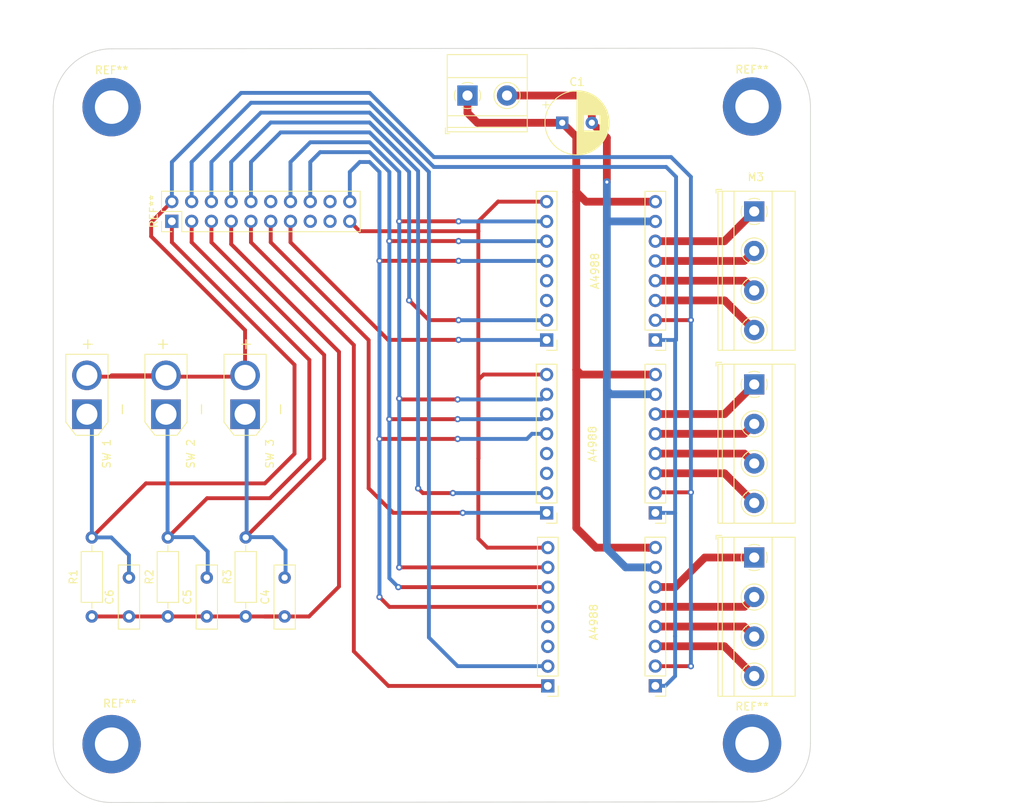
<source format=kicad_pcb>
(kicad_pcb (version 20221018) (generator pcbnew)
  (layers (0 "F.Cu" signal) (31 "B.Cu" signal) (34 "B.Paste" user) (35 "F.Paste" user) (36 "B.SilkS" user "B.Silkscreen") (37 "F.SilkS" user "F.Silkscreen") (38 "B.Mask" user) (39 "F.Mask" user) (44 "Edge.Cuts" user))
  (net 0 "")
  (footprint "Connector_PinHeader_2.54mm:PinHeader_1x08_P2.54mm_Vertical" (layer "F.Cu") (at 181.61 115.555 180)
    (fp_text reference "REF**" hide)
    (fp_text value " ")
    (pad "1" thru_hole rect (at 0 0 180) (size 1.7 1.7) (drill 1) (layers "F&B.Cu" "*.Mask"))
    (pad "2" thru_hole oval (at 0 2.54 180) (size 1.7 1.7) (drill 1) (layers "F&B.Cu" "*.Mask"))
    (pad "3" thru_hole oval (at 0 5.08 180) (size 1.7 1.7) (drill 1) (layers "F&B.Cu" "*.Mask"))
    (pad "4" thru_hole oval (at 0 7.62 180) (size 1.7 1.7) (drill 1) (layers "F&B.Cu" "*.Mask"))
    (pad "5" thru_hole oval (at 0 10.16 180) (size 1.7 1.7) (drill 1) (layers "F&B.Cu" "*.Mask"))
    (pad "6" thru_hole oval (at 0 12.7 180) (size 1.7 1.7) (drill 1) (layers "F&B.Cu" "*.Mask"))
    (pad "7" thru_hole oval (at 0 15.24 180) (size 1.7 1.7) (drill 1) (layers "F&B.Cu" "*.Mask"))
    (pad "8" thru_hole oval (at 0 17.78 180) (size 1.7 1.7) (drill 1) (layers "F&B.Cu" "*.Mask"))
  )
  (footprint "MountingHole:MountingHole_4.3mm_M4_DIN965_Pad" (layer "F.Cu") (at 111.76 41.17)
    (fp_text reference "REF**" (at 0 -4.75) (layer "F.SilkS"))
    (fp_text value "MountingHole_4.3mm_M4_DIN965_Pad")
    (pad "1" thru_hole circle (at 0 0) (size 7.5 7.5) (drill 4.3) (layers "*.Cu" "*.Mask"))
  )
  (footprint "Capacitor_THT:C_Disc_D8.0mm_W2.5mm_P5.00mm" (layer "F.Cu") (at 113.985 106.64 90)
    (fp_text reference "C6" (at 2.5 -2.5 90) (layer "F.SilkS"))
    (fp_text value "C_Disc_D8.0mm_W2.5mm_P5.00mm" hide)
    (pad "1" thru_hole circle (at 0 0 90) (size 1.6 1.6) (drill 0.8) (layers "*.Cu" "*.Mask"))
    (pad "2" thru_hole circle (at 5 0 90) (size 1.6 1.6) (drill 0.8) (layers "*.Cu" "*.Mask"))
  )
  (footprint "Connector_PinHeader_2.54mm:PinHeader_1x08_P2.54mm_Vertical" (layer "F.Cu") (at 167.64 71.1 180)
    (fp_text reference "A4988" (at -6.215 8.87 90) (layer "F.SilkS"))
    (fp_text value "STEPPER_DRIVER_SOCKET")
    (pad "1" thru_hole rect (at 0 0 180) (size 1.7 1.7) (drill 1) (layers "*.Cu" "*.Mask"))
    (pad "2" thru_hole oval (at 0 2.54 180) (size 1.7 1.7) (drill 1) (layers "*.Cu" "*.Mask"))
    (pad "3" thru_hole oval (at 0 5.08 180) (size 1.7 1.7) (drill 1) (layers "*.Cu" "*.Mask"))
    (pad "4" thru_hole oval (at 0 7.62 180) (size 1.7 1.7) (drill 1) (layers "*.Cu" "*.Mask"))
    (pad "5" thru_hole oval (at 0 10.16 180) (size 1.7 1.7) (drill 1) (layers "*.Cu" "*.Mask"))
    (pad "6" thru_hole oval (at 0 12.7 180) (size 1.7 1.7) (drill 1) (layers "*.Cu" "*.Mask"))
    (pad "7" thru_hole oval (at 0 15.24 180) (size 1.7 1.7) (drill 1) (layers "*.Cu" "*.Mask"))
    (pad "8" thru_hole oval (at 0 17.78 180) (size 1.7 1.7) (drill 1) (layers "*.Cu" "*.Mask"))
  )
  (footprint "Resistor_THT:R_Axial_DIN0207_L6.3mm_D2.5mm_P10.16mm_Horizontal" (layer "F.Cu") (at 109.22 106.64 90)
    (fp_text reference "R1" (at 5.08 -2.37 90) (layer "F.SilkS"))
    (fp_text value "R_Axial_DIN0207_L6.3mm_D2.5mm_P10.16mm_Horizontal" hide)
    (pad "1" thru_hole circle (at 0 0 90) (size 1.6 1.6) (drill 0.8) (layers "*.Cu" "*.Mask"))
    (pad "2" thru_hole oval (at 10.16 0 90) (size 1.6 1.6) (drill 0.8) (layers "*.Cu" "*.Mask"))
  )
  (footprint "Capacitor_THT:C_Disc_D8.0mm_W2.5mm_P5.00mm" (layer "F.Cu") (at 133.985 106.64 90)
    (fp_text reference "C4" (at 2.5 -2.5 90) (layer "F.SilkS"))
    (fp_text value "C_Disc_D8.0mm_W2.5mm_P5.00mm" hide)
    (pad "1" thru_hole circle (at 0 0 90) (size 1.6 1.6) (drill 0.8) (layers "*.Cu" "*.Mask"))
    (pad "2" thru_hole circle (at 5 0 90) (size 1.6 1.6) (drill 0.8) (layers "*.Cu" "*.Mask"))
  )
  (footprint "TerminalBlock_Phoenix:TerminalBlock_Phoenix_MKDS-1,5-4-5.08_1x04_P5.08mm_Horizontal" (layer "F.Cu") (at 194.31 76.8096 -90)
    (fp_text reference "M2" hide)
    (fp_text value "STEPPER_MOTOR_HEADER")
    (pad "1" thru_hole rect (at 0 0 270) (size 2.6 2.6) (drill 1.3) (layers "F&B.Cu" "*.Mask"))
    (pad "2" thru_hole circle (at 5.08 0 270) (size 2.6 2.6) (drill 1.3) (layers "F&B.Cu" "*.Mask"))
    (pad "3" thru_hole circle (at 10.16 0 270) (size 2.6 2.6) (drill 1.3) (layers "F&B.Cu" "*.Mask"))
    (pad "4" thru_hole circle (at 15.24 0 270) (size 2.6 2.6) (drill 1.3) (layers "F&B.Cu" "*.Mask"))
  )
  (footprint "Resistor_THT:R_Axial_DIN0207_L6.3mm_D2.5mm_P10.16mm_Horizontal" (layer "F.Cu") (at 128.985 106.64 90)
    (fp_text reference "R3" (at 5.08 -2.37 90) (layer "F.SilkS"))
    (fp_text value "R_Axial_DIN0207_L6.3mm_D2.5mm_P10.16mm_Horizontal" hide)
    (pad "1" thru_hole circle (at 0 0 90) (size 1.6 1.6) (drill 0.8) (layers "*.Cu" "*.Mask"))
    (pad "2" thru_hole oval (at 10.16 0 90) (size 1.6 1.6) (drill 0.8) (layers "*.Cu" "*.Mask"))
  )
  (footprint "TerminalBlock_Phoenix:TerminalBlock_Phoenix_MKDS-1,5-2-5.08_1x02_P5.08mm_Horizontal" (layer "F.Cu") (at 157.475 39.675)
    (fp_text reference "REF**" hide)
    (fp_text value "TerminalBlock_Phoenix_MKDS-1,5-2-5.08_1x02_P5.08mm_Horizontal")
    (pad "1" thru_hole rect (at 0 0) (size 2.6 2.6) (drill 1.3) (layers "F&B.Cu" "*.Mask"))
    (pad "2" thru_hole circle (at 5.08 0) (size 2.6 2.6) (drill 1.3) (layers "F&B.Cu" "*.Mask"))
  )
  (footprint "Capacitor_THT:CP_Radial_D8.0mm_P3.80mm" (layer "F.Cu") (at 169.647349 43.18)
    (fp_text reference "C1" (at 1.9 -5.25) (layer "F.SilkS"))
    (fp_text value "CP_Radial_D8.0mm_P3.80mm" hide)
    (pad "1" thru_hole rect (at 0 0) (size 1.6 1.6) (drill 0.8) (layers "F&B.Cu" "*.Mask"))
    (pad "2" thru_hole circle (at 3.8 0) (size 1.6 1.6) (drill 0.8) (layers "F&B.Cu" "*.Mask"))
  )
  (footprint "Connector_AMASS:AMASS_XT30U-M_1x02_P5.0mm_Vertical" (layer "F.Cu") (at 128.905 80.645 90)
    (fp_text reference "SW 3" (at -5.08 3.175 90) (layer "F.SilkS"))
    (fp_text value "AMASS_XT30U-M_1x02_P5.0mm_Vertical" hide)
    (fp_text user "-" (at 0.635 4.445 90) (layer "F.SilkS") (effects (font (size 1.5 1.5))))
    (fp_text user "+" (at 9 0 90) (layer "F.SilkS") (effects (font (size 1.5 1.5))))
    (pad "1" thru_hole rect (at 0 0 90) (size 3.8 3.8) (drill 2.7) (layers "*.Cu" "*.Mask"))
    (pad "2" thru_hole circle (at 5 0 90) (size 3.8 3.8) (drill 2.7) (layers "*.Cu" "*.Mask"))
  )
  (footprint "MountingHole:MountingHole_4.3mm_M4_DIN965_Pad" (layer "F.Cu") (at 194.032 41.086)
    (fp_text reference "REF**" (at 0 -4.75) (layer "F.SilkS"))
    (fp_text value "MountingHole_4.3mm_M4_DIN965_Pad" hide)
    (pad "1" thru_hole circle (at 0 0) (size 7.5 7.5) (drill 4.3) (layers "*.Cu" "*.Mask"))
  )
  (footprint "Connector_AMASS:AMASS_XT30U-M_1x02_P5.0mm_Vertical" (layer "F.Cu") (at 118.745 80.645 90)
    (fp_text reference "SW 2" (at -5.08 3.175 90) (layer "F.SilkS"))
    (fp_text value "AMASS_XT30U-M_1x02_P5.0mm_Vertical" hide)
    (fp_text user "-" (at 0.635 4.445 90) (layer "F.SilkS") (effects (font (size 1.5 1.5))))
    (fp_text user "+" (at 9 -0.5 90) (layer "F.SilkS") (effects (font (size 1.5 1.5))))
    (pad "1" thru_hole rect (at 0 0 90) (size 3.8 3.8) (drill 2.7) (layers "*.Cu" "*.Mask"))
    (pad "2" thru_hole circle (at 5 0 90) (size 3.8 3.8) (drill 2.7) (layers "*.Cu" "*.Mask"))
  )
  (footprint "Connector_PinHeader_2.54mm:PinHeader_1x08_P2.54mm_Vertical" (layer "F.Cu") (at 167.64 93.3196 180)
    (fp_text reference "A4988" (at -5.895 8.84 90) (layer "F.SilkS"))
    (fp_text value "STEPPER_DRIVER_SOCKET")
    (pad "1" thru_hole rect (at 0 0 180) (size 1.7 1.7) (drill 1) (layers "F&B.Cu" "*.Mask"))
    (pad "2" thru_hole oval (at 0 2.54 180) (size 1.7 1.7) (drill 1) (layers "F&B.Cu" "*.Mask"))
    (pad "3" thru_hole oval (at 0 5.08 180) (size 1.7 1.7) (drill 1) (layers "F&B.Cu" "*.Mask"))
    (pad "4" thru_hole oval (at 0 7.62 180) (size 1.7 1.7) (drill 1) (layers "F&B.Cu" "*.Mask"))
    (pad "5" thru_hole oval (at 0 10.16 180) (size 1.7 1.7) (drill 1) (layers "F&B.Cu" "*.Mask"))
    (pad "6" thru_hole oval (at 0 12.7 180) (size 1.7 1.7) (drill 1) (layers "F&B.Cu" "*.Mask"))
    (pad "7" thru_hole oval (at 0 15.24 180) (size 1.7 1.7) (drill 1) (layers "F&B.Cu" "*.Mask"))
    (pad "8" thru_hole oval (at 0 17.78 180) (size 1.7 1.7) (drill 1) (layers "F&B.Cu" "*.Mask"))
  )
  (footprint "Resistor_THT:R_Axial_DIN0207_L6.3mm_D2.5mm_P10.16mm_Horizontal" (layer "F.Cu") (at 118.985 106.64 90)
    (fp_text reference "R2" (at 5.08 -2.37 90) (layer "F.SilkS"))
    (fp_text value "R_Axial_DIN0207_L6.3mm_D2.5mm_P10.16mm_Horizontal" hide)
    (pad "1" thru_hole circle (at 0 0 90) (size 1.6 1.6) (drill 0.8) (layers "*.Cu" "*.Mask"))
    (pad "2" thru_hole oval (at 10.16 0 90) (size 1.6 1.6) (drill 0.8) (layers "*.Cu" "*.Mask"))
  )
  (footprint "TerminalBlock_Phoenix:TerminalBlock_Phoenix_MKDS-1,5-4-5.08_1x04_P5.08mm_Horizontal" (layer "F.Cu") (at 194.31 54.575 -90)
    (fp_text reference "M3" (at -4.41 -0.2 180) (layer "F.SilkS"))
    (fp_text value "STEPPER_MOTOR_HEADER")
    (pad "1" thru_hole rect (at 0 0 270) (size 2.6 2.6) (drill 1.3) (layers "*.Cu" "*.Mask"))
    (pad "2" thru_hole circle (at 5.08 0 270) (size 2.6 2.6) (drill 1.3) (layers "*.Cu" "*.Mask"))
    (pad "3" thru_hole circle (at 10.16 0 270) (size 2.6 2.6) (drill 1.3) (layers "*.Cu" "*.Mask"))
    (pad "4" thru_hole circle (at 15.24 0 270) (size 2.6 2.6) (drill 1.3) (layers "*.Cu" "*.Mask"))
  )
  (footprint "Connector_PinHeader_2.54mm:PinHeader_2x10_P2.54mm_Vertical" (layer "F.Cu") (at 119.5 55.845 90)
    (fp_text reference "REF**" (at 1.27 -2.33 90) (layer "F.SilkS"))
    (fp_text value "PinHeader_2x10_P2.54mm_Vertical")
    (pad "1" thru_hole rect (at 0 0 90) (size 1.7 1.7) (drill 1) (layers "*.Cu" "*.Mask"))
    (pad "2" thru_hole oval (at 2.54 0 90) (size 1.7 1.7) (drill 1) (layers "*.Cu" "*.Mask"))
    (pad "3" thru_hole oval (at 0 2.54 90) (size 1.7 1.7) (drill 1) (layers "*.Cu" "*.Mask"))
    (pad "4" thru_hole oval (at 2.54 2.54 90) (size 1.7 1.7) (drill 1) (layers "*.Cu" "*.Mask"))
    (pad "5" thru_hole oval (at 0 5.08 90) (size 1.7 1.7) (drill 1) (layers "*.Cu" "*.Mask"))
    (pad "6" thru_hole oval (at 2.54 5.08 90) (size 1.7 1.7) (drill 1) (layers "*.Cu" "*.Mask"))
    (pad "7" thru_hole oval (at 0 7.62 90) (size 1.7 1.7) (drill 1) (layers "*.Cu" "*.Mask"))
    (pad "8" thru_hole oval (at 2.54 7.62 90) (size 1.7 1.7) (drill 1) (layers "*.Cu" "*.Mask"))
    (pad "9" thru_hole oval (at 0 10.16 90) (size 1.7 1.7) (drill 1) (layers "*.Cu" "*.Mask"))
    (pad "10" thru_hole oval (at 2.54 10.16 90) (size 1.7 1.7) (drill 1) (layers "*.Cu" "*.Mask"))
    (pad "11" thru_hole oval (at 0 12.7 90) (size 1.7 1.7) (drill 1) (layers "*.Cu" "*.Mask"))
    (pad "12" thru_hole oval (at 2.54 12.7 90) (size 1.7 1.7) (drill 1) (layers "*.Cu" "*.Mask"))
    (pad "13" thru_hole oval (at 0 15.24 90) (size 1.7 1.7) (drill 1) (layers "*.Cu" "*.Mask"))
    (pad "14" thru_hole oval (at 2.54 15.24 90) (size 1.7 1.7) (drill 1) (layers "*.Cu" "*.Mask"))
    (pad "15" thru_hole oval (at 0 17.78 90) (size 1.7 1.7) (drill 1) (layers "*.Cu" "*.Mask"))
    (pad "16" thru_hole oval (at 2.54 17.78 90) (size 1.7 1.7) (drill 1) (layers "*.Cu" "*.Mask"))
    (pad "17" thru_hole oval (at 0 20.32 90) (size 1.7 1.7) (drill 1) (layers "*.Cu" "*.Mask"))
    (pad "18" thru_hole oval (at 2.54 20.32 90) (size 1.7 1.7) (drill 1) (layers "*.Cu" "*.Mask"))
    (pad "19" thru_hole oval (at 0 22.86 90) (size 1.7 1.7) (drill 1) (layers "*.Cu" "*.Mask"))
    (pad "20" thru_hole oval (at 2.54 22.86 90) (size 1.7 1.7) (drill 1) (layers "*.Cu" "*.Mask"))
  )
  (footprint "MountingHole:MountingHole_4.3mm_M4_DIN965_Pad" (layer "F.Cu") (at 194.032 122.966699)
    (fp_text reference "REF**" (at 0 -4.75) (layer "F.SilkS"))
    (fp_text value "MountingHole_4.3mm_M4_DIN965_Pad")
    (pad "1" thru_hole circle (at 0 0) (size 7.5 7.5) (drill 4.3) (layers "*.Cu" "*.Mask"))
  )
  (footprint "Connector_PinHeader_2.54mm:PinHeader_1x08_P2.54mm_Vertical" (layer "F.Cu") (at 181.61 93.3196 180)
    (fp_text reference "REF**" hide)
    (fp_text value " ")
    (pad "1" thru_hole rect (at 0 0 180) (size 1.7 1.7) (drill 1) (layers "F&B.Cu" "*.Mask"))
    (pad "2" thru_hole oval (at 0 2.54 180) (size 1.7 1.7) (drill 1) (layers "F&B.Cu" "*.Mask"))
    (pad "3" thru_hole oval (at 0 5.08 180) (size 1.7 1.7) (drill 1) (layers "F&B.Cu" "*.Mask"))
    (pad "4" thru_hole oval (at 0 7.62 180) (size 1.7 1.7) (drill 1) (layers "F&B.Cu" "*.Mask"))
    (pad "5" thru_hole oval (at 0 10.16 180) (size 1.7 1.7) (drill 1) (layers "F&B.Cu" "*.Mask"))
    (pad "6" thru_hole oval (at 0 12.7 180) (size 1.7 1.7) (drill 1) (layers "F&B.Cu" "*.Mask"))
    (pad "7" thru_hole oval (at 0 15.24 180) (size 1.7 1.7) (drill 1) (layers "F&B.Cu" "*.Mask"))
    (pad "8" thru_hole oval (at 0 17.78 180) (size 1.7 1.7) (drill 1) (layers "F&B.Cu" "*.Mask"))
  )
  (footprint "Capacitor_THT:C_Disc_D8.0mm_W2.5mm_P5.00mm" (layer "F.Cu") (at 123.985 106.64 90)
    (fp_text reference "C5" (at 2.5 -2.5 90) (layer "F.SilkS"))
    (fp_text value "C_Disc_D8.0mm_W2.5mm_P5.00mm" hide)
    (pad "1" thru_hole circle (at 0 0 90) (size 1.6 1.6) (drill 0.8) (layers "*.Cu" "*.Mask"))
    (pad "2" thru_hole circle (at 5 0 90) (size 1.6 1.6) (drill 0.8) (layers "*.Cu" "*.Mask"))
  )
  (footprint "MountingHole:MountingHole_4.3mm_M4_DIN965_Pad" (layer "F.Cu") (at 111.76 123.050699)
    (fp_text reference "REF**" (at 1.04 -5.22) (layer "F.SilkS"))
    (fp_text value "MountingHole_4.3mm_M4_DIN965_Pad")
    (pad "1" thru_hole circle (at 0 0) (size 7.5 7.5) (drill 4.3) (layers "*.Cu" "*.Mask"))
  )
  (footprint "Connector_PinHeader_2.54mm:PinHeader_1x08_P2.54mm_Vertical" (layer "F.Cu") (at 167.7924 115.57 180)
    (fp_text reference "A4988" (at -5.895 8.205 90) (layer "F.SilkS"))
    (fp_text value "STEPPER_DRIVER_SOCKET")
    (pad "1" thru_hole rect (at 0 0 180) (size 1.7 1.7) (drill 1) (layers "F&B.Cu" "*.Mask"))
    (pad "2" thru_hole oval (at 0 2.54 180) (size 1.7 1.7) (drill 1) (layers "F&B.Cu" "*.Mask"))
    (pad "3" thru_hole oval (at 0 5.08 180) (size 1.7 1.7) (drill 1) (layers "F&B.Cu" "*.Mask"))
    (pad "4" thru_hole oval (at 0 7.62 180) (size 1.7 1.7) (drill 1) (layers "F&B.Cu" "*.Mask"))
    (pad "5" thru_hole oval (at 0 10.16 180) (size 1.7 1.7) (drill 1) (layers "F&B.Cu" "*.Mask"))
    (pad "6" thru_hole oval (at 0 12.7 180) (size 1.7 1.7) (drill 1) (layers "F&B.Cu" "*.Mask"))
    (pad "7" thru_hole oval (at 0 15.24 180) (size 1.7 1.7) (drill 1) (layers "F&B.Cu" "*.Mask"))
    (pad "8" thru_hole oval (at 0 17.78 180) (size 1.7 1.7) (drill 1) (layers "F&B.Cu" "*.Mask"))
  )
  (footprint "Connector_PinHeader_2.54mm:PinHeader_1x08_P2.54mm_Vertical" (layer "F.Cu") (at 181.61 71.1 180)
    (fp_text reference "REF**" hide)
    (fp_text value " ")
    (pad "1" thru_hole rect (at 0 0 180) (size 1.7 1.7) (drill 1) (layers "*.Cu" "*.Mask"))
    (pad "2" thru_hole oval (at 0 2.54 180) (size 1.7 1.7) (drill 1) (layers "*.Cu" "*.Mask"))
    (pad "3" thru_hole oval (at 0 5.08 180) (size 1.7 1.7) (drill 1) (layers "*.Cu" "*.Mask"))
    (pad "4" thru_hole oval (at 0 7.62 180) (size 1.7 1.7) (drill 1) (layers "*.Cu" "*.Mask"))
    (pad "5" thru_hole oval (at 0 10.16 180) (size 1.7 1.7) (drill 1) (layers "*.Cu" "*.Mask"))
    (pad "6" thru_hole oval (at 0 12.7 180) (size 1.7 1.7) (drill 1) (layers "*.Cu" "*.Mask"))
    (pad "7" thru_hole oval (at 0 15.24 180) (size 1.7 1.7) (drill 1) (layers "*.Cu" "*.Mask"))
    (pad "8" thru_hole oval (at 0 17.78 180) (size 1.7 1.7) (drill 1) (layers "*.Cu" "*.Mask"))
  )
  (footprint "TerminalBlock_Phoenix:TerminalBlock_Phoenix_MKDS-1,5-4-5.08_1x04_P5.08mm_Horizontal" (layer "F.Cu") (at 194.31 99.06 -90)
    (fp_text reference "M1" hide)
    (fp_text value "STEPPER_MOTOR_HEADER")
    (pad "1" thru_hole rect (at 0 0 270) (size 2.6 2.6) (drill 1.3) (layers "F&B.Cu" "*.Mask"))
    (pad "2" thru_hole circle (at 5.08 0 270) (size 2.6 2.6) (drill 1.3) (layers "F&B.Cu" "*.Mask"))
    (pad "3" thru_hole circle (at 10.16 0 270) (size 2.6 2.6) (drill 1.3) (layers "F&B.Cu" "*.Mask"))
    (pad "4" thru_hole circle (at 15.24 0 270) (size 2.6 2.6) (drill 1.3) (layers "F&B.Cu" "*.Mask"))
  )
  (footprint "Connector_AMASS:AMASS_XT30U-M_1x02_P5.0mm_Vertical" (layer "F.Cu") (at 108.585 80.645 90)
    (fp_text reference "SW 1" (at -5.08 2.54 90) (layer "F.SilkS"))
    (fp_text value "AMASS_XT30U-M_1x02_P5.0mm_Vertical" hide)
    (fp_text user "+" (at 9 0 90) (layer "F.SilkS") (effects (font (size 1.5 1.5))))
    (fp_text user "-" (at 0.635 4.445 90) (layer "F.SilkS") (effects (font (size 1.5 1.5))))
    (pad "1" thru_hole rect (at 0 0 90) (size 3.8 3.8) (drill 2.7) (layers "*.Cu" "*.Mask"))
    (pad "2" thru_hole circle (at 5 0 90) (size 3.8 3.8) (drill 2.7) (layers "*.Cu" "*.Mask"))
  )
  (gr_line (start 111.76 33.67) (end 194.032 33.586) (stroke (width 0.1)) (layer "Edge.Cuts"))
  (gr_arc (start 111.76 130.550699) (mid 106.456699 128.354) (end 104.26 123.050699) (stroke (width 0.1)) (layer "Edge.Cuts"))
  (gr_arc (start 104.26 41.17) (mid 106.456699 35.866699) (end 111.76 33.67) (stroke (width 0.1)) (layer "Edge.Cuts"))
  (gr_line (start 201.532 41.086) (end 201.532 122.966699) (stroke (width 0.1)) (layer "Edge.Cuts"))
  (gr_line (start 104.26 123.050699) (end 104.26 41.17) (stroke (width 0.1)) (layer "Edge.Cuts"))
  (gr_line (start 194.032 130.466699) (end 111.76 130.550699) (stroke (width 0.1)) (layer "Edge.Cuts"))
  (gr_arc (start 201.532 122.966699) (mid 199.335301 128.27) (end 194.032 130.466699) (stroke (width 0.1)) (layer "Edge.Cuts"))
  (gr_arc (start 194.032 33.586) (mid 199.335301 35.782699) (end 201.532 41.086) (stroke (width 0.1)) (layer "Edge.Cuts"))
  (segment (start 116.165 89.535) (end 116.205 89.535) (width 0.5) (layer "F.Cu") (net 0))
  (segment (start 172.7 53.32) (end 171.45 52.07) (width 1) (layer "F.Cu") (net 0))
  (segment (start 156.33 55.845) (end 148.71 55.845) (width 0.5) (layer "F.Cu") (net 0))
  (segment (start 193.055 63.48) (end 194.31 64.735) (width 1) (layer "F.Cu") (net 0))
  (segment (start 193.055 105.395) (end 194.31 104.14) (width 1) (layer "F.Cu") (net 0))
  (segment (start 190.5 80.6196) (end 194.31 76.8096) (width 1) (layer "F.Cu") (net 0))
  (segment (start 124.025 91.44) (end 118.985 96.48) (width 0.5) (layer "F.Cu") (net 0))
  (segment (start 158.87 57.115) (end 158.87 86.325) (width 0.5) (layer "F.Cu") (net 0))
  (segment (start 156.33 68.545) (end 152.52 68.545) (width 0.5) (layer "F.Cu") (net 0))
  (segment (start 171.45 74.93) (end 171.45 95.25) (width 1) (layer "F.Cu") (net 0))
  (segment (start 186.175 113.03) (end 181.625 113.03) (width 0.5) (layer "F.Cu") (net 0))
  (segment (start 116.84 57.785) (end 128.905 69.85) (width 0.5) (layer "F.Cu") (net 0))
  (segment (start 144.78 90.17) (end 144.78 71.12) (width 0.5) (layer "F.Cu") (net 0))
  (segment (start 181.61 75.5396) (end 172.0596 75.5396) (width 1) (layer "F.Cu") (net 0))
  (segment (start 132.08 91.44) (end 124.025 91.44) (width 0.5) (layer "F.Cu") (net 0))
  (segment (start 193.025 60.94) (end 181.61 60.94) (width 1) (layer "F.Cu") (net 0))
  (segment (start 161.425 53.32) (end 167.64 53.32) (width 0.5) (layer "F.Cu") (net 0))
  (segment (start 181.7046 90.685) (end 181.61 90.7796) (width 0.5) (layer "F.Cu") (net 0))
  (segment (start 159.5454 75.5396) (end 158.885 76.2) (width 0.5) (layer "F.Cu") (net 0))
  (segment (start 158.87 86.325) (end 158.885 86.31) (width 0.5) (layer "F.Cu") (net 0))
  (segment (start 148.71 100.33) (end 167.64 100.33) (width 0.5) (layer "F.Cu") (net 0))
  (segment (start 175.38 45.112651) (end 173.447349 43.18) (width 1) (layer "F.Cu") (net 0))
  (segment (start 148.59 102.87) (end 167.64 102.87) (width 0.5) (layer "F.Cu") (net 0))
  (segment (start 127.12 55.845) (end 127.12 58.78) (width 0.5) (layer "F.Cu") (net 0))
  (segment (start 173.447349 41.367349) (end 171.755 39.675) (width 1) (layer "F.Cu") (net 0))
  (segment (start 124.58 55.845) (end 124.58 58.54) (width 0.5) (layer "F.Cu") (net 0))
  (segment (start 181.61 58.4) (end 190.485 58.4) (width 1) (layer "F.Cu") (net 0))
  (segment (start 190.5 88.2396) (end 194.31 92.0496) (width 1) (layer "F.Cu") (net 0))
  (segment (start 131.445 89.535) (end 116.205 89.535) (width 0.5) (layer "F.Cu") (net 0))
  (segment (start 181.61 53.32) (end 172.7 53.32) (width 1) (layer "F.Cu") (net 0))
  (segment (start 172.0596 75.5396) (end 171.45 74.93) (width 1) (layer "F.Cu") (net 0))
  (segment (start 167.64 115.57) (end 147.32 115.57) (width 0.5) (layer "F.Cu") (net 0))
  (segment (start 124.58 58.54) (end 139.065 73.025) (width 0.5) (layer "F.Cu") (net 0))
  (segment (start 119.5 55.845) (end 119.5 58.54) (width 0.5) (layer "F.Cu") (net 0))
  (segment (start 140.97 72.63) (end 140.97 102.79) (width 0.5) (layer "F.Cu") (net 0))
  (segment (start 184.165 102.855) (end 187.96 99.06) (width 1) (layer "F.Cu") (net 0))
  (segment (start 129.66 58.54) (end 129.66 55.845) (width 0.5) (layer "F.Cu") (net 0))
  (segment (start 142.36 55.845) (end 143.63 57.115) (width 0.5) (layer "F.Cu") (net 0))
  (segment (start 135.255 85.725) (end 131.445 89.535) (width 0.5) (layer "F.Cu") (net 0))
  (segment (start 147.44 105.41) (end 167.64 105.41) (width 0.5) (layer "F.Cu") (net 0))
  (segment (start 151.7396 90.7796) (end 151.13 90.17) (width 0.5) (layer "F.Cu") (net 0))
  (segment (start 160.02 97.79) (end 167.64 97.79) (width 0.5) (layer "F.Cu") (net 0))
  (segment (start 186.175 68.545) (end 181.625 68.545) (width 0.5) (layer "F.Cu") (net 0))
  (segment (start 171.45 95.25) (end 173.99 97.79) (width 1) (layer "F.Cu") (net 0))
  (segment (start 148.83 78.74) (end 148.71 78.62) (width 0.5) (layer "F.Cu") (net 0))
  (segment (start 147.285 71.085) (end 134.74 58.54) (width 0.5) (layer "F.Cu") (net 0))
  (segment (start 119.5 53.305) (end 116.84 55.965) (width 0.5) (layer "F.Cu") (net 0))
  (segment (start 139.065 86.36) (end 128.985 96.44) (width 0.5) (layer "F.Cu") (net 0))
  (segment (start 158.87 96.64) (end 160.02 97.79) (width 0.5) (layer "F.Cu") (net 0))
  (segment (start 156.21 83.82) (end 146.17 83.82) (width 0.5) (layer "F.Cu") (net 0))
  (segment (start 155.6004 90.7796) (end 151.7396 90.7796) (width 0.5) (layer "F.Cu") (net 0))
  (segment (start 181.61 110.475) (end 190.485 110.475) (width 1) (layer "F.Cu") (net 0))
  (segment (start 167.64 75.5396) (end 159.5454 75.5396) (width 0.5) (layer "F.Cu") (net 0))
  (segment (start 128.985 96.44) (end 128.985 96.48) (width 0.5) (layer "F.Cu") (net 0))
  (segment (start 169.647349 43.18) (end 158.75 43.18) (width 1) (layer "F.Cu") (net 0))
  (segment (start 181.61 102.855) (end 184.165 102.855) (width 1) (layer "F.Cu") (net 0))
  (segment (start 181.625 113.03) (end 181.61 113.015) (width 0.5) (layer "F.Cu") (net 0))
  (segment (start 137.16 86.36) (end 132.08 91.44) (width 0.5) (layer "F.Cu") (net 0))
  (segment (start 171.45 52.07) (end 171.45 53.34) (width 1) (layer "F.Cu") (net 0))
  (segment (start 193.04 83.1596) (end 194.31 81.8896) (width 1) (layer "F.Cu") (net 0))
  (segment (start 181.61 107.935) (end 193.025 107.935) (width 1) (layer "F.Cu") (net 0))
  (segment (start 193.055 63.48) (end 181.61 63.48) (width 1) (layer "F.Cu") (net 0))
  (segment (start 156.33 71.085) (end 147.285 71.085) (width 0.5) (layer "F.Cu") (net 0))
  (segment (start 173.99 97.79) (end 180.7106 97.79) (width 1) (layer "F.Cu") (net 0))
  (segment (start 158.87 86.325) (end 158.87 96.64) (width 0.5) (layer "F.Cu") (net 0))
  (segment (start 158.87 55.845) (end 158.87 57.115) (width 0.5) (layer "F.Cu") (net 0))
  (segment (start 193.04 85.6996) (end 194.31 86.9696) (width 1) (layer "F.Cu") (net 0))
  (segment (start 135.255 74.295) (end 135.255 85.725) (width 0.5) (layer "F.Cu") (net 0))
  (segment (start 152.52 68.545) (end 149.98 66.005) (width 0.5) (layer "F.Cu") (net 0))
  (segment (start 134.74 58.54) (end 134.74 55.845) (width 0.5) (layer "F.Cu") (net 0))
  (segment (start 131.406 106.64) (end 137.12 106.64) (width 0.5) (layer "F.Cu") (net 0))
  (segment (start 156.33 58.385) (end 147.44 58.385) (width 0.5) (layer "F.Cu") (net 0))
  (segment (start 144.78 71.12) (end 132.2 58.54) (width 0.5) (layer "F.Cu") (net 0))
  (segment (start 156.33 60.925) (end 146.17 60.925) (width 0.5) (layer "F.Cu") (net 0))
  (segment (start 156.8704 93.3196) (end 147.9296 93.3196) (width 0.5) (layer "F.Cu") (net 0))
  (segment (start 171.45 53.34) (end 171.45 74.93) (width 1) (layer "F.Cu") (net 0))
  (segment (start 119.5 58.54) (end 135.255 74.295) (width 0.5) (layer "F.Cu") (net 0))
  (segment (start 173.447349 43.18) (end 173.447349 41.367349) (width 1) (layer "F.Cu") (net 0))
  (segment (start 190.485 58.4) (end 194.31 54.575) (width 1) (layer "F.Cu") (net 0))
  (segment (start 187.96 99.06) (end 194.31 99.06) (width 1) (layer "F.Cu") (net 0))
  (segment (start 128.74 75.81) (end 108.75 75.81) (width 0.5) (layer "F.Cu") (net 0))
  (segment (start 143.63 57.115) (end 158.87 57.115) (width 0.5) (layer "F.Cu") (net 0))
  (segment (start 108.75 75.81) (end 108.585 75.645) (width 0.5) (layer "F.Cu") (net 0))
  (segment (start 116.84 55.965) (end 116.84 57.785) (width 0.5) (layer "F.Cu") (net 0))
  (segment (start 181.61 88.2396) (end 190.5 88.2396) (width 1) (layer "F.Cu") (net 0))
  (segment (start 128.905 69.85) (end 128.905 75.645) (width 0.5) (layer "F.Cu") (net 0))
  (segment (start 142.875 111.125) (end 142.875 71.755) (width 0.5) (layer "F.Cu") (net 0))
  (segment (start 181.61 80.6196) (end 190.5 80.6196) (width 1) (layer "F.Cu") (net 0))
  (segment (start 119.85 75.645) (end 111.76 75.645) (width 0.5) (layer "F.Cu") (net 0))
  (segment (start 122.04 55.845) (end 122.04 58.54) (width 0.5) (layer "F.Cu") (net 0))
  (segment (start 186.175 90.685) (end 181.7046 90.685) (width 0.5) (layer "F.Cu") (net 0))
  (segment (start 181.625 68.545) (end 181.61 68.56) (width 0.5) (layer "F.Cu") (net 0))
  (segment (start 137.16 73.66) (end 137.16 86.36) (width 0.5) (layer "F.Cu") (net 0))
  (segment (start 156.21 78.74) (end 148.83 78.74) (width 0.5) (layer "F.Cu") (net 0))
  (segment (start 128.905 75.645) (end 128.74 75.81) (width 0.5) (layer "F.Cu") (net 0))
  (segment (start 140.97 102.79) (end 137.12 106.64) (width 0.5) (layer "F.Cu") (net 0))
  (segment (start 127.12 58.78) (end 140.97 72.63) (width 0.5) (layer "F.Cu") (net 0))
  (segment (start 133.985 106.64) (end 108.985 106.64) (width 0.5) (layer "F.Cu") (net 0))
  (segment (start 161.41 53.305) (end 161.425 53.32) (width 0.5) (layer "F.Cu") (net 0))
  (segment (start 132.2 58.54) (end 132.2 55.845) (width 0.5) (layer "F.Cu") (net 0))
  (segment (start 181.61 83.1596) (end 193.04 83.1596) (width 1) (layer "F.Cu") (net 0))
  (segment (start 158.885 86.31) (end 158.885 76.2) (width 0.5) (layer "F.Cu") (net 0))
  (segment (start 190.515 66.02) (end 194.31 69.815) (width 1) (layer "F.Cu") (net 0))
  (segment (start 158.75 43.18) (end 157.475 41.905) (width 1) (layer "F.Cu") (net 0))
  (segment (start 109.22 96.48) (end 116.165 89.535) (width 0.5) (layer "F.Cu") (net 0))
  (segment (start 193.025 107.935) (end 194.31 109.22) (width 1) (layer "F.Cu") (net 0))
  (segment (start 147.44 81.28) (end 156.21 81.28) (width 0.5) (layer "F.Cu") (net 0))
  (segment (start 161.41 53.305) (end 158.87 55.845) (width 0.5) (layer "F.Cu") (net 0))
  (segment (start 171.755 39.675) (end 162.555 39.675) (width 1) (layer "F.Cu") (net 0))
  (segment (start 147.32 115.57) (end 142.875 111.125) (width 0.5) (layer "F.Cu") (net 0))
  (segment (start 122.04 58.54) (end 137.16 73.66) (width 0.5) (layer "F.Cu") (net 0))
  (segment (start 147.9296 93.3196) (end 144.78 90.17) (width 0.5) (layer "F.Cu") (net 0))
  (segment (start 142.875 71.755) (end 129.66 58.54) (width 0.5) (layer "F.Cu") (net 0))
  (segment (start 193.025 60.94) (end 194.31 59.655) (width 1) (layer "F.Cu") (net 0))
  (segment (start 180.7106 97.79) (end 180.7464 97.8258) (width 1) (layer "F.Cu") (net 0))
  (segment (start 190.515 66.02) (end 181.61 66.02) (width 1) (layer "F.Cu") (net 0))
  (segment (start 181.61 105.395) (end 193.055 105.395) (width 1) (layer "F.Cu") (net 0))
  (segment (start 169.647349 43.18) (end 171.45 44.982651) (width 1) (layer "F.Cu") (net 0))
  (segment (start 157.475 41.905) (end 157.475 39.675) (width 1) (layer "F.Cu") (net 0))
  (segment (start 175.38 50.8) (end 175.38 45.112651) (width 1) (layer "F.Cu") (net 0))
  (segment (start 181.61 85.6996) (end 193.04 85.6996) (width 1) (layer "F.Cu") (net 0))
  (segment (start 171.45 44.982651) (end 171.45 52.07) (width 1) (layer "F.Cu") (net 0))
  (segment (start 146.17 104.14) (end 147.44 105.41) (width 0.5) (layer "F.Cu") (net 0))
  (segment (start 194.31 114.3) (end 190.485 110.475) (width 1) (layer "F.Cu") (net 0))
  (segment (start 139.065 73.025) (end 139.065 86.36) (width 0.5) (layer "F.Cu") (net 0))
  (via (at 156.33 55.845) (size 0.8) (drill 0.4) (layers "F.Cu" "B.Cu") (net 0))
  (via (at 186.175 113.03) (size 0.8) (drill 0.4) (layers "F.Cu" "B.Cu") (net 0))
  (via (at 146.17 104.14) (size 0.8) (drill 0.4) (layers "F.Cu" "B.Cu") (net 0))
  (via (at 148.71 78.62) (size 0.8) (drill 0.4) (layers "F.Cu" "B.Cu") (net 0))
  (via (at 186.175 68.545) (size 0.8) (drill 0.4) (layers "F.Cu" "B.Cu") (net 0))
  (via (at 186.175 90.685) (size 0.8) (drill 0.4) (layers "F.Cu" "B.Cu") (net 0))
  (via (at 148.71 55.845) (size 0.8) (drill 0.4) (layers "F.Cu" "B.Cu") (net 0))
  (via (at 148.71 100.33) (size 0.8) (drill 0.4) (layers "F.Cu" "B.Cu") (net 0))
  (via (at 148.59 102.87) (size 0.8) (drill 0.4) (layers "F.Cu" "B.Cu") (net 0))
  (via (at 155.6004 90.7796) (size 0.8) (drill 0.4) (layers "F.Cu" "B.Cu") (net 0))
  (via (at 146.17 83.82) (size 0.8) (drill 0.4) (layers "F.Cu" "B.Cu") (net 0))
  (via (at 156.33 58.385) (size 0.8) (drill 0.4) (layers "F.Cu" "B.Cu") (net 0))
  (via (at 156.21 81.28) (size 0.8) (drill 0.4) (layers "F.Cu" "B.Cu") (net 0))
  (via (at 156.21 78.74) (size 0.8) (drill 0.4) (layers "F.Cu" "B.Cu") (net 0))
  (via (at 147.44 58.385) (size 0.8) (drill 0.4) (layers "F.Cu" "B.Cu") (net 0))
  (via (at 149.98 66.005) (size 0.8) (drill 0.4) (layers "F.Cu" "B.Cu") (net 0))
  (via (at 156.33 60.925) (size 0.8) (drill 0.4) (layers "F.Cu" "B.Cu") (net 0))
  (via (at 156.21 83.82) (size 0.8) (drill 0.4) (layers "F.Cu" "B.Cu") (net 0))
  (via (at 147.44 81.28) (size 0.8) (drill 0.4) (layers "F.Cu" "B.Cu") (net 0))
  (via (at 156.8704 93.3196) (size 0.8) (drill 0.4) (layers "F.Cu" "B.Cu") (net 0))
  (via (at 156.33 68.545) (size 0.8) (drill 0.4) (layers "F.Cu" "B.Cu") (net 0))
  (via (at 151.13 90.17) (size 0.8) (drill 0.4) (layers "F.Cu" "B.Cu") (net 0))
  (via (at 146.17 60.925) (size 0.8) (drill 0.4) (layers "F.Cu" "B.Cu") (net 0))
  (via (at 156.33 71.085) (size 0.8) (drill 0.4) (layers "F.Cu" "B.Cu") (net 0))
  (via (at 175.38 50.8) (size 0.8) (drill 0.4) (layers "F.Cu" "B.Cu") (net 0))
  (segment (start 124.105 98.291) (end 122.259 96.445) (width 0.5) (layer "B.Cu") (net 0))
  (segment (start 184.1246 93.3196) (end 184.15122 93.34622) (width 0.5) (layer "B.Cu") (net 0))
  (segment (start 147.44 81.28) (end 147.44 58.385) (width 0.5) (layer "B.Cu") (net 0))
  (segment (start 144.9 44.415) (end 149.98 49.495) (width 0.5) (layer "B.Cu") (net 0))
  (segment (start 148.71 100.33) (end 148.71 78.62) (width 0.5) (layer "B.Cu") (net 0))
  (segment (start 147.44 49.495) (end 144.9 46.955) (width 0.5) (layer "B.Cu") (net 0))
  (segment (start 119.5 48.225) (end 128.39 39.335) (width 0.5) (layer "B.Cu") (net 0))
  (segment (start 151.13 49.375) (end 151.13 90.17) (width 0.5) (layer "B.Cu") (net 0))
  (segment (start 144.9 43.145) (end 151.13 49.375) (width 0.5) (layer "B.Cu") (net 0))
  (segment (start 156.345 71.1) (end 167.64 71.1) (width 0.5) (layer "B.Cu") (net 0))
  (segment (start 148.71 49.495) (end 144.9 45.685) (width 0.5) (layer "B.Cu") (net 0))
  (segment (start 156.33 55.845) (end 156.345 55.86) (width 0.5) (layer "B.Cu") (net 0))
  (segment (start 119.105 96.445) (end 118.945 96.285) (width 0.5) (layer "B.Cu") (net 0))
  (segment (start 181.61 78.0796) (end 175.8696 78.0796) (width 1) (layer "B.Cu") (net 0))
  (segment (start 146.17 49.495) (end 144.9 48.225) (width 0.5) (layer "B.Cu") (net 0))
  (segment (start 144.9 46.955) (end 138.55 46.955) (width 0.5) (layer "B.Cu") (net 0))
  (segment (start 156.345 60.94) (end 167.64 60.94) (width 0.5) (layer "B.Cu") (net 0))
  (segment (start 148.71 78.62) (end 148.71 55.845) (width 0.5) (layer "B.Cu") (net 0))
  (segment (start 156.21 81.28) (end 166.9796 81.28) (width 0.5) (layer "B.Cu") (net 0))
  (segment (start 122.259 96.445) (end 119.105 96.445) (width 0.5) (layer "B.Cu") (net 0))
  (segment (start 134.105 101.605) (end 134.105 98.131) (width 0.5) (layer "B.Cu") (net 0))
  (segment (start 137.28 45.685) (end 134.74 48.225) (width 0.5) (layer "B.Cu") (net 0))
  (segment (start 166.9796 78.74) (end 167.64 78.0796) (width 0.5) (layer "B.Cu") (net 0))
  (segment (start 152.52 49.495) (end 152.52 109.34) (width 0.5) (layer "B.Cu") (net 0))
  (segment (start 156.33 58.385) (end 156.345 58.4) (width 0.5) (layer "B.Cu") (net 0))
  (segment (start 153.155 48.86) (end 183 48.86) (width 0.5) (layer "B.Cu") (net 0))
  (segment (start 156.8704 93.3196) (end 167.64 93.3196) (width 0.5) (layer "B.Cu") (net 0))
  (segment (start 152.52 109.34) (end 156.21 113.03) (width 0.5) (layer "B.Cu") (net 0))
  (segment (start 180.7106 100.33) (end 180.7464 100.3658) (width 1) (layer "B.Cu") (net 0))
  (segment (start 130.93 41.875) (end 144.9 41.875) (width 0.5) (layer "B.Cu") (net 0))
  (segment (start 186.175 68.545) (end 186.175 90.685) (width 0.5) (layer "B.Cu") (net 0))
  (segment (start 147.44 101.72) (end 147.44 81.28) (width 0.5) (layer "B.Cu") (net 0))
  (segment (start 181.61 55.86) (end 175.395 55.86) (width 1) (layer "B.Cu") (net 0))
  (segment (start 156.345 58.4) (end 167.64 58.4) (width 0.5) (layer "B.Cu") (net 0))
  (segment (start 118.945 96.285) (end 118.945 80.94) (width 0.5) (layer "B.Cu") (net 0))
  (segment (start 144.9 39.335) (end 153.155 47.59) (width 0.5) (layer "B.Cu") (net 0))
  (segment (start 128.39 39.335) (end 144.9 39.335) (width 0.5) (layer "B.Cu") (net 0))
  (segment (start 129.66 40.605) (end 144.9 40.605) (width 0.5) (layer "B.Cu") (net 0))
  (segment (start 127.12 48.225) (end 132.2 43.145) (width 0.5) (layer "B.Cu") (net 0))
  (segment (start 184.15122 93.34622) (end 184.15 93.345) (width 0.5) (layer "B.Cu") (net 0))
  (segment (start 186.175 90.685) (end 186.175 113.03) (width 0.5) (layer "B.Cu") (net 0))
  (segment (start 186.175 50.13) (end 186.175 68.545) (width 0.5) (layer "B.Cu") (net 0))
  (segment (start 132.419 96.445) (end 129.105 96.445) (width 0.5) (layer "B.Cu") (net 0))
  (segment (start 122.04 48.225) (end 129.66 40.605) (width 0.5) (layer "B.Cu") (net 0))
  (segment (start 129.66 48.225) (end 133.47 44.415) (width 0.5) (layer "B.Cu") (net 0))
  (segment (start 144.9 45.685) (end 137.28 45.685) (width 0.5) (layer "B.Cu") (net 0))
  (segment (start 184.15122 109.181485) (end 184.15122 93.34622) (width 0.5) (layer "B.Cu") (net 0))
  (segment (start 175.38 97.91) (end 177.8 100.33) (width 1) (layer "B.Cu") (net 0))
  (segment (start 144.9 48.225) (end 143.63 48.225) (width 0.5) (layer "B.Cu") (net 0))
  (segment (start 124.105 101.605) (end 124.105 98.291) (width 0.5) (layer "B.Cu") (net 0))
  (segment (start 184.045 71.1) (end 184.15 71.205) (width 0.5) (layer "B.Cu") (net 0))
  (segment (start 113.985 101.64) (end 113.985 98.745) (width 0.5) (layer "B.Cu") (net 0))
  (segment (start 144.9 41.875) (end 152.52 49.495) (width 0.5) (layer "B.Cu") (net 0))
  (segment (start 109.22 81.28) (end 108.585 80.645) (width 0.5) (layer "B.Cu") (net 0))
  (segment (start 149.98 49.495) (end 149.98 66.005) (width 0.5) (layer "B.Cu") (net 0))
  (segment (start 184.255 71.1) (end 184.27 71.085) (width 0.5) (layer "B.Cu") (net 0))
  (segment (start 124.58 48.225) (end 130.93 41.875) (width 0.5) (layer "B.Cu") (net 0))
  (segment (start 153.155 47.59) (end 183.635 47.59) (width 0.5) (layer "B.Cu") (net 0))
  (segment (start 146.17 104.14) (end 146.17 83.82) (width 0.5) (layer "B.Cu") (net 0))
  (segment (start 181.61 71.1) (end 184.045 71.1) (width 0.5) (layer "B.Cu") (net 0))
  (segment (start 156.33 60.925) (end 156.345 60.94) (width 0.5) (layer "B.Cu") (net 0))
  (segment (start 111.72 96.48) (end 109.22 96.48) (width 0.5) (layer "B.Cu") (net 0))
  (segment (start 156.21 78.74) (end 166.9796 78.74) (width 0.5) (layer "B.Cu") (net 0))
  (segment (start 165.1 83.82) (end 165.7604 83.1596) (width 0.5) (layer "B.Cu") (net 0))
  (segment (start 156.345 55.86) (end 167.64 55.86) (width 0.5) (layer "B.Cu") (net 0))
  (segment (start 142.36 49.495) (end 142.36 53.305) (width 0.5) (layer "B.Cu") (net 0))
  (segment (start 181.61 93.3196) (end 184.1246 93.3196) (width 0.5) (layer "B.Cu") (net 0))
  (segment (start 109.22 96.48) (end 109.22 81.28) (width 0.5) (layer "B.Cu") (net 0))
  (segment (start 137.28 48.225) (end 137.28 53.305) (width 0.5) (layer "B.Cu") (net 0))
  (segment (start 175.38 77.59) (end 175.38 97.91) (width 1) (layer "B.Cu") (net 0))
  (segment (start 132.2 43.145) (end 144.9 43.145) (width 0.5) (layer "B.Cu") (net 0))
  (segment (start 184.15 109.181486) (end 184.15122 109.181485) (width 0.5) (layer "B.Cu") (net 0))
  (segment (start 138.55 46.955) (end 137.28 48.225) (width 0.5) (layer "B.Cu") (net 0))
  (segment (start 184.15 114.3) (end 184.15 109.181486) (width 0.5) (layer "B.Cu") (net 0))
  (segment (start 148.71 55.845) (end 148.71 49.495) (width 0.5) (layer "B.Cu") (net 0))
  (segment (start 156.345 68.56) (end 167.64 68.56) (width 0.5) (layer "B.Cu") (net 0))
  (segment (start 166.9796 81.28) (end 167.64 80.6196) (width 0.5) (layer "B.Cu") (net 0))
  (segment (start 127.12 53.305) (end 127.12 48.225) (width 0.5) (layer "B.Cu") (net 0))
  (segment (start 175.395 55.86) (end 175.38 55.845) (width 1) (layer "B.Cu") (net 0))
  (segment (start 146.17 83.82) (end 146.17 60.925) (width 0.5) (layer "B.Cu") (net 0))
  (segment (start 156.21 113.03) (end 167.64 113.03) (width 0.5) (layer "B.Cu") (net 0))
  (segment (start 182.895 115.555) (end 184.15 114.3) (width 0.5) (layer "B.Cu") (net 0))
  (segment (start 148.59 102.87) (end 147.44 101.72) (width 0.5) (layer "B.Cu") (net 0))
  (segment (start 175.38 55.845) (end 175.38 77.59) (width 1) (layer "B.Cu") (net 0))
  (segment (start 122.04 53.305) (end 122.04 48.225) (width 0.5) (layer "B.Cu") (net 0))
  (segment (start 155.6004 90.7796) (end 167.64 90.7796) (width 0.5) (layer "B.Cu") (net 0))
  (segment (start 156.33 71.085) (end 156.345 71.1) (width 0.5) (layer "B.Cu") (net 0))
  (segment (start 165.7604 83.1596) (end 167.64 83.1596) (width 0.5) (layer "B.Cu") (net 0))
  (segment (start 133.47 44.415) (end 144.9 44.415) (width 0.5) (layer "B.Cu") (net 0))
  (segment (start 177.8 100.33) (end 180.7106 100.33) (width 1) (layer "B.Cu") (net 0))
  (segment (start 146.17 60.925) (end 146.17 49.495) (width 0.5) (layer "B.Cu") (net 0))
  (segment (start 129.66 53.305) (end 129.66 48.225) (width 0.5) (layer "B.Cu") (net 0))
  (segment (start 119.5 53.305) (end 119.5 48.225) (width 0.5) (layer "B.Cu") (net 0))
  (segment (start 113.985 98.745) (end 111.72 96.48) (width 0.5) (layer "B.Cu") (net 0))
  (segment (start 183 48.86) (end 184.27 50.13) (width 0.5) (layer "B.Cu") (net 0))
  (segment (start 175.8696 78.0796) (end 175.38 77.59) (width 1) (layer "B.Cu") (net 0))
  (segment (start 129.105 80.94) (end 129.105 96.445) (width 0.5) (layer "B.Cu") (net 0))
  (segment (start 156.21 83.82) (end 165.1 83.82) (width 0.5) (layer "B.Cu") (net 0))
  (segment (start 181.61 115.555) (end 182.895 115.555) (width 0.5) (layer "B.Cu") (net 0))
  (segment (start 184.15 93.345) (end 184.15 71.205) (width 0.5) (layer "B.Cu") (net 0))
  (segment (start 184.15 71.205) (end 184.255 71.1) (width 0.5) (layer "B.Cu") (net 0))
  (segment (start 175.38 55.845) (end 175.38 50.8) (width 1) (layer "B.Cu") (net 0))
  (segment (start 156.33 68.545) (end 156.345 68.56) (width 0.5) (layer "B.Cu") (net 0))
  (segment (start 144.9 40.605) (end 153.155 48.86) (width 0.5) (layer "B.Cu") (net 0))
  (segment (start 147.44 58.385) (end 147.44 49.495) (width 0.5) (layer "B.Cu") (net 0))
  (segment (start 134.105 98.131) (end 132.419 96.445) (width 0.5) (layer "B.Cu") (net 0))
  (segment (start 184.27 50.13) (end 184.27 71.085) (width 0.5) (layer "B.Cu") (net 0))
  (segment (start 134.74 48.225) (end 134.74 53.305) (width 0.5) (layer "B.Cu") (net 0))
  (segment (start 183.635 47.59) (end 186.175 50.13) (width 0.5) (layer "B.Cu") (net 0))
  (segment (start 143.63 48.225) (end 142.36 49.495) (width 0.5) (layer "B.Cu") (net 0))
  (segment (start 124.58 53.305) (end 124.58 48.225) (width 0.5) (layer "B.Cu") (net 0))
)
</source>
